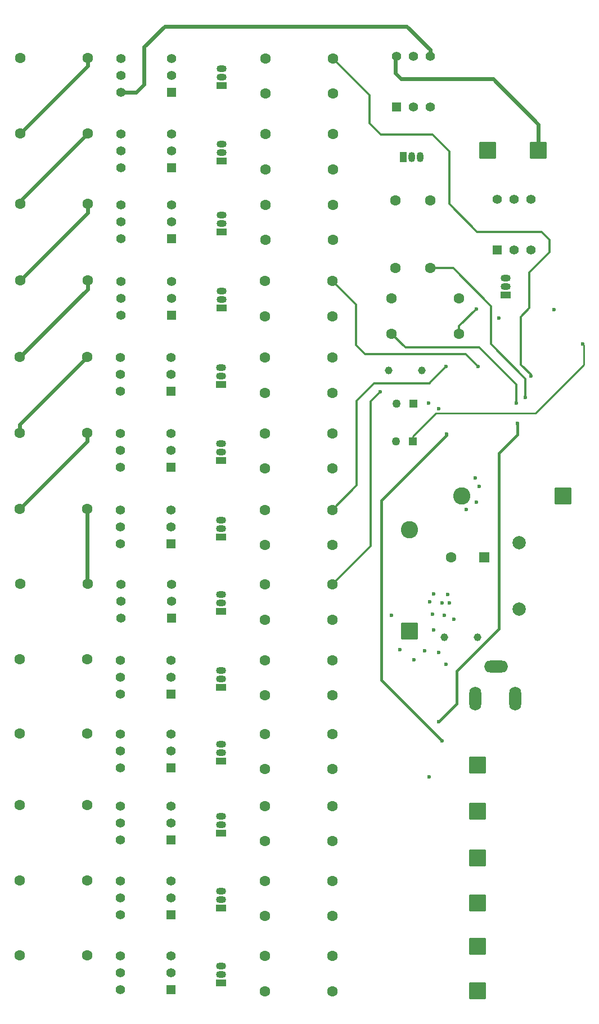
<source format=gbr>
%TF.GenerationSoftware,KiCad,Pcbnew,9.0.7*%
%TF.CreationDate,2026-01-29T13:55:36-08:00*%
%TF.ProjectId,regulator-PCB,72656775-6c61-4746-9f72-2d5043422e6b,rev?*%
%TF.SameCoordinates,Original*%
%TF.FileFunction,Copper,L4,Bot*%
%TF.FilePolarity,Positive*%
%FSLAX46Y46*%
G04 Gerber Fmt 4.6, Leading zero omitted, Abs format (unit mm)*
G04 Created by KiCad (PCBNEW 9.0.7) date 2026-01-29 13:55:36*
%MOMM*%
%LPD*%
G01*
G04 APERTURE LIST*
G04 Aperture macros list*
%AMRoundRect*
0 Rectangle with rounded corners*
0 $1 Rounding radius*
0 $2 $3 $4 $5 $6 $7 $8 $9 X,Y pos of 4 corners*
0 Add a 4 corners polygon primitive as box body*
4,1,4,$2,$3,$4,$5,$6,$7,$8,$9,$2,$3,0*
0 Add four circle primitives for the rounded corners*
1,1,$1+$1,$2,$3*
1,1,$1+$1,$4,$5*
1,1,$1+$1,$6,$7*
1,1,$1+$1,$8,$9*
0 Add four rect primitives between the rounded corners*
20,1,$1+$1,$2,$3,$4,$5,0*
20,1,$1+$1,$4,$5,$6,$7,0*
20,1,$1+$1,$6,$7,$8,$9,0*
20,1,$1+$1,$8,$9,$2,$3,0*%
G04 Aperture macros list end*
%TA.AperFunction,ComponentPad*%
%ADD10C,1.600000*%
%TD*%
%TA.AperFunction,ComponentPad*%
%ADD11O,1.500000X1.050000*%
%TD*%
%TA.AperFunction,ComponentPad*%
%ADD12R,1.500000X1.050000*%
%TD*%
%TA.AperFunction,ComponentPad*%
%ADD13RoundRect,0.250000X1.050000X-1.050000X1.050000X1.050000X-1.050000X1.050000X-1.050000X-1.050000X0*%
%TD*%
%TA.AperFunction,ComponentPad*%
%ADD14R,1.400000X1.400000*%
%TD*%
%TA.AperFunction,ComponentPad*%
%ADD15C,1.400000*%
%TD*%
%TA.AperFunction,ComponentPad*%
%ADD16R,1.270000X1.270000*%
%TD*%
%TA.AperFunction,ComponentPad*%
%ADD17C,1.270000*%
%TD*%
%TA.AperFunction,ComponentPad*%
%ADD18C,2.000000*%
%TD*%
%TA.AperFunction,ComponentPad*%
%ADD19RoundRect,0.250000X0.550000X0.550000X-0.550000X0.550000X-0.550000X-0.550000X0.550000X-0.550000X0*%
%TD*%
%TA.AperFunction,ComponentPad*%
%ADD20C,1.150000*%
%TD*%
%TA.AperFunction,ComponentPad*%
%ADD21R,1.050000X1.500000*%
%TD*%
%TA.AperFunction,ComponentPad*%
%ADD22O,1.050000X1.500000*%
%TD*%
%TA.AperFunction,ComponentPad*%
%ADD23O,1.800000X3.600000*%
%TD*%
%TA.AperFunction,ComponentPad*%
%ADD24O,3.600000X1.800000*%
%TD*%
%TA.AperFunction,ComponentPad*%
%ADD25RoundRect,0.250000X1.050000X1.050000X-1.050000X1.050000X-1.050000X-1.050000X1.050000X-1.050000X0*%
%TD*%
%TA.AperFunction,ComponentPad*%
%ADD26C,2.600000*%
%TD*%
%TA.AperFunction,ViaPad*%
%ADD27C,0.600000*%
%TD*%
%TA.AperFunction,Conductor*%
%ADD28C,0.300000*%
%TD*%
%TA.AperFunction,Conductor*%
%ADD29C,0.400000*%
%TD*%
%TA.AperFunction,Conductor*%
%ADD30C,0.250000*%
%TD*%
%TA.AperFunction,Conductor*%
%ADD31C,0.600000*%
%TD*%
G04 APERTURE END LIST*
D10*
%TO.P,R2,2*%
%TO.N,Net-(Q14-B)*%
X92620000Y-75240000D03*
%TO.P,R2,1*%
%TO.N,/MinResBit*%
X82460000Y-75240000D03*
%TD*%
D11*
%TO.P,Q14,3,C*%
%TO.N,Net-(Q14-C)*%
X99600000Y-66900000D03*
%TO.P,Q14,2,B*%
%TO.N,Net-(Q14-B)*%
X99600000Y-68170000D03*
D12*
%TO.P,Q14,1,E*%
%TO.N,GND*%
X99600000Y-69440000D03*
%TD*%
D10*
%TO.P,R19,1*%
%TO.N,+5V*%
X73500000Y-107030000D03*
%TO.P,R19,2*%
%TO.N,Net-(R19-Pad2)*%
X63340000Y-107030000D03*
%TD*%
D13*
%TO.P,J8,1,Pin_1*%
%TO.N,GND*%
X95400000Y-174100000D03*
%TD*%
D10*
%TO.P,R27,1*%
%TO.N,Net-(Q10-B)*%
X63330000Y-146270000D03*
%TO.P,R27,2*%
%TO.N,/Bit10*%
X73490000Y-146270000D03*
%TD*%
D12*
%TO.P,Q3,1,E*%
%TO.N,GND*%
X56830000Y-59910000D03*
D11*
%TO.P,Q3,2,B*%
%TO.N,Net-(Q3-B)*%
X56830000Y-58640000D03*
%TO.P,Q3,3,C*%
%TO.N,Net-(Q3-C)*%
X56830000Y-57370000D03*
%TD*%
D10*
%TO.P,R37,1*%
%TO.N,/Line-R10*%
X26440000Y-124240000D03*
%TO.P,R37,2*%
%TO.N,/Line-R9*%
X36600000Y-124240000D03*
%TD*%
D12*
%TO.P,Q11,1,E*%
%TO.N,GND*%
X56730000Y-139510000D03*
D11*
%TO.P,Q11,2,B*%
%TO.N,Net-(Q11-B)*%
X56730000Y-138240000D03*
%TO.P,Q11,3,C*%
%TO.N,Net-(Q11-C)*%
X56730000Y-136970000D03*
%TD*%
D10*
%TO.P,R26,1*%
%TO.N,Net-(Q11-B)*%
X63330000Y-135440000D03*
%TO.P,R26,2*%
%TO.N,/Bit9*%
X73490000Y-135440000D03*
%TD*%
D12*
%TO.P,Q7,1,E*%
%TO.N,GND*%
X56740000Y-105800000D03*
D11*
%TO.P,Q7,2,B*%
%TO.N,Net-(Q7-B)*%
X56740000Y-104530000D03*
%TO.P,Q7,3,C*%
%TO.N,Net-(Q7-C)*%
X56740000Y-103260000D03*
%TD*%
D10*
%TO.P,R28,1*%
%TO.N,Net-(Q9-B)*%
X63360000Y-157540000D03*
%TO.P,R28,2*%
%TO.N,/Bit11*%
X73520000Y-157540000D03*
%TD*%
%TO.P,R3,1*%
%TO.N,/Line-R1*%
X26560000Y-33740000D03*
%TO.P,R3,2*%
%TO.N,/Line-R2*%
X36720000Y-33740000D03*
%TD*%
D13*
%TO.P,J10,1,Pin_1*%
%TO.N,+3.3V*%
X95350000Y-160850000D03*
%TD*%
D14*
%TO.P,U7,1*%
%TO.N,Net-(R17-Pad2)*%
X49270000Y-83940000D03*
D15*
%TO.P,U7,2*%
%TO.N,Net-(Q5-C)*%
X49270000Y-81400000D03*
%TO.P,U7,3*%
%TO.N,N/C*%
X49270000Y-78860000D03*
%TO.P,U7,4*%
%TO.N,/Line-R6*%
X41650000Y-78860000D03*
%TO.P,U7,5*%
%TO.N,/Line-NC5*%
X41650000Y-81400000D03*
%TO.P,U7,6*%
%TO.N,/Line-R5*%
X41650000Y-83940000D03*
%TD*%
D10*
%TO.P,R31,1*%
%TO.N,+5V*%
X73490000Y-151570000D03*
%TO.P,R31,2*%
%TO.N,Net-(R31-Pad2)*%
X63330000Y-151570000D03*
%TD*%
%TO.P,R8,1*%
%TO.N,Net-(Q2-B)*%
X63440000Y-45230000D03*
%TO.P,R8,2*%
%TO.N,/Bit1*%
X73600000Y-45230000D03*
%TD*%
%TO.P,R32,1*%
%TO.N,+5V*%
X73490000Y-140740000D03*
%TO.P,R32,2*%
%TO.N,Net-(R32-Pad2)*%
X63330000Y-140740000D03*
%TD*%
D16*
%TO.P,C3,1*%
%TO.N,Net-(J1-~{RESET})*%
X85625000Y-91440000D03*
D17*
%TO.P,C3,2*%
%TO.N,GND*%
X83085000Y-91440000D03*
%TD*%
D12*
%TO.P,Q13,1,E*%
%TO.N,GND*%
X56790000Y-117010000D03*
D11*
%TO.P,Q13,2,B*%
%TO.N,Net-(Q13-B)*%
X56790000Y-115740000D03*
%TO.P,Q13,3,C*%
%TO.N,Net-(Q13-C)*%
X56790000Y-114470000D03*
%TD*%
D14*
%TO.P,U9,1*%
%TO.N,Net-(R19-Pad2)*%
X49250000Y-106830000D03*
D15*
%TO.P,U9,2*%
%TO.N,Net-(Q7-C)*%
X49250000Y-104290000D03*
%TO.P,U9,3*%
%TO.N,N/C*%
X49250000Y-101750000D03*
%TO.P,U9,4*%
%TO.N,/Line-R8*%
X41630000Y-101750000D03*
%TO.P,U9,5*%
%TO.N,/Line-NC7*%
X41630000Y-104290000D03*
%TO.P,U9,6*%
%TO.N,/Line-R7*%
X41630000Y-106830000D03*
%TD*%
D10*
%TO.P,R43,1*%
%TO.N,Net-(Q8-B)*%
X63330000Y-168840000D03*
%TO.P,R43,2*%
%TO.N,/Bit12*%
X73490000Y-168840000D03*
%TD*%
%TO.P,R13,1*%
%TO.N,Net-(Q3-B)*%
X63430000Y-55840000D03*
%TO.P,R13,2*%
%TO.N,/Bit2*%
X73590000Y-55840000D03*
%TD*%
%TO.P,R42,1*%
%TO.N,Net-(R42-Pad1)*%
X83000000Y-55240000D03*
%TO.P,R42,2*%
%TO.N,+5V*%
X83000000Y-65400000D03*
%TD*%
%TO.P,R34,1*%
%TO.N,+5V*%
X73550000Y-118240000D03*
%TO.P,R34,2*%
%TO.N,Net-(R34-Pad2)*%
X63390000Y-118240000D03*
%TD*%
D18*
%TO.P,C4,1*%
%TO.N,Net-(U2-BP)*%
X101640000Y-116640000D03*
%TO.P,C4,2*%
%TO.N,GND*%
X101640000Y-106640000D03*
%TD*%
D10*
%TO.P,R39,1*%
%TO.N,/Line-R12*%
X26450000Y-146170000D03*
%TO.P,R39,2*%
%TO.N,/Line-R11*%
X36610000Y-146170000D03*
%TD*%
D14*
%TO.P,U10,1*%
%TO.N,Net-(R29-Pad2)*%
X49240000Y-173940000D03*
D15*
%TO.P,U10,2*%
%TO.N,Net-(Q8-C)*%
X49240000Y-171400000D03*
%TO.P,U10,3*%
%TO.N,N/C*%
X49240000Y-168860000D03*
%TO.P,U10,4*%
%TO.N,/Line-R13*%
X41620000Y-168860000D03*
%TO.P,U10,5*%
%TO.N,/Line-NC12*%
X41620000Y-171400000D03*
%TO.P,U10,6*%
%TO.N,/Line-R-In*%
X41620000Y-173940000D03*
%TD*%
D19*
%TO.P,C5,1*%
%TO.N,+3.3V*%
X96390000Y-108890000D03*
D10*
%TO.P,C5,2*%
%TO.N,GND*%
X91390000Y-108890000D03*
%TD*%
%TO.P,R15,1*%
%TO.N,Net-(Q5-B)*%
X63360000Y-78840000D03*
%TO.P,R15,2*%
%TO.N,/Bit4*%
X73520000Y-78840000D03*
%TD*%
D14*
%TO.P,U12,1*%
%TO.N,Net-(R31-Pad2)*%
X49240000Y-151370000D03*
D15*
%TO.P,U12,2*%
%TO.N,Net-(Q10-C)*%
X49240000Y-148830000D03*
%TO.P,U12,3*%
%TO.N,N/C*%
X49240000Y-146290000D03*
%TO.P,U12,4*%
%TO.N,/Line-R11*%
X41620000Y-146290000D03*
%TO.P,U12,5*%
%TO.N,/Line-NC10*%
X41620000Y-148830000D03*
%TO.P,U12,6*%
%TO.N,/Line-R12*%
X41620000Y-151370000D03*
%TD*%
D12*
%TO.P,Q2,1,E*%
%TO.N,GND*%
X56840000Y-49280000D03*
D11*
%TO.P,Q2,2,B*%
%TO.N,Net-(Q2-B)*%
X56840000Y-48010000D03*
%TO.P,Q2,3,C*%
%TO.N,Net-(Q2-C)*%
X56840000Y-46740000D03*
%TD*%
D12*
%TO.P,Q10,1,E*%
%TO.N,GND*%
X56730000Y-150340000D03*
D11*
%TO.P,Q10,2,B*%
%TO.N,Net-(Q10-B)*%
X56730000Y-149070000D03*
%TO.P,Q10,3,C*%
%TO.N,Net-(Q10-C)*%
X56730000Y-147800000D03*
%TD*%
D10*
%TO.P,R1,1*%
%TO.N,+5V*%
X73600000Y-39140000D03*
%TO.P,R1,2*%
%TO.N,Net-(R1-Pad2)*%
X63440000Y-39140000D03*
%TD*%
%TO.P,R16,1*%
%TO.N,/Line-R5*%
X26480000Y-78740000D03*
%TO.P,R16,2*%
%TO.N,/Line-R6*%
X36640000Y-78740000D03*
%TD*%
D13*
%TO.P,J9,1,Pin_1*%
%TO.N,/rotary-encoder-output*%
X95400000Y-167350000D03*
%TD*%
D10*
%TO.P,R14,1*%
%TO.N,Net-(Q4-B)*%
X63390000Y-67340000D03*
%TO.P,R14,2*%
%TO.N,/Bit3*%
X73550000Y-67340000D03*
%TD*%
%TO.P,R20,1*%
%TO.N,/Line-R6*%
X26450000Y-90140000D03*
%TO.P,R20,2*%
%TO.N,/Line-R7*%
X36610000Y-90140000D03*
%TD*%
D12*
%TO.P,Q5,1,E*%
%TO.N,GND*%
X56740000Y-82880000D03*
D11*
%TO.P,Q5,2,B*%
%TO.N,Net-(Q5-B)*%
X56740000Y-81610000D03*
%TO.P,Q5,3,C*%
%TO.N,Net-(Q5-C)*%
X56740000Y-80340000D03*
%TD*%
D10*
%TO.P,R18,1*%
%TO.N,+5V*%
X73490000Y-95540000D03*
%TO.P,R18,2*%
%TO.N,Net-(R18-Pad2)*%
X63330000Y-95540000D03*
%TD*%
D20*
%TO.P,C2,1*%
%TO.N,+3.3V*%
X87000000Y-80800000D03*
%TO.P,C2,2*%
%TO.N,GND*%
X82000000Y-80800000D03*
%TD*%
D12*
%TO.P,Q1,1,E*%
%TO.N,GND*%
X56840000Y-37910000D03*
D11*
%TO.P,Q1,2,B*%
%TO.N,Net-(Q1-B)*%
X56840000Y-36640000D03*
%TO.P,Q1,3,C*%
%TO.N,Net-(Q1-C)*%
X56840000Y-35370000D03*
%TD*%
D12*
%TO.P,Q9,1,E*%
%TO.N,GND*%
X56760000Y-161610000D03*
D11*
%TO.P,Q9,2,B*%
%TO.N,Net-(Q9-B)*%
X56760000Y-160340000D03*
%TO.P,Q9,3,C*%
%TO.N,Net-(Q9-C)*%
X56760000Y-159070000D03*
%TD*%
D14*
%TO.P,U13,1*%
%TO.N,Net-(R32-Pad2)*%
X49240000Y-140540000D03*
D15*
%TO.P,U13,2*%
%TO.N,Net-(Q11-C)*%
X49240000Y-138000000D03*
%TO.P,U13,3*%
%TO.N,N/C*%
X49240000Y-135460000D03*
%TO.P,U13,4*%
%TO.N,/Line-R10*%
X41620000Y-135460000D03*
%TO.P,U13,5*%
%TO.N,/Line-NC15*%
X41620000Y-138000000D03*
%TO.P,U13,6*%
%TO.N,/Line-R11*%
X41620000Y-140540000D03*
%TD*%
D14*
%TO.P,U11,1*%
%TO.N,Net-(R30-Pad2)*%
X49270000Y-162640000D03*
D15*
%TO.P,U11,2*%
%TO.N,Net-(Q9-C)*%
X49270000Y-160100000D03*
%TO.P,U11,3*%
%TO.N,N/C*%
X49270000Y-157560000D03*
%TO.P,U11,4*%
%TO.N,/Line-R12*%
X41650000Y-157560000D03*
%TO.P,U11,5*%
%TO.N,/Line-NC11*%
X41650000Y-160100000D03*
%TO.P,U11,6*%
%TO.N,/Line-R13*%
X41650000Y-162640000D03*
%TD*%
D16*
%TO.P,C1,1*%
%TO.N,+3.3V*%
X85725000Y-85740000D03*
D17*
%TO.P,C1,2*%
%TO.N,GND*%
X83185000Y-85740000D03*
%TD*%
D10*
%TO.P,R21,1*%
%TO.N,/Line-R7*%
X26460000Y-101630000D03*
%TO.P,R21,2*%
%TO.N,/Line-R8*%
X36620000Y-101630000D03*
%TD*%
%TO.P,R23,1*%
%TO.N,Net-(Q7-B)*%
X63340000Y-101730000D03*
%TO.P,R23,2*%
%TO.N,/Bit6*%
X73500000Y-101730000D03*
%TD*%
%TO.P,R33,1*%
%TO.N,+5V*%
X73490000Y-129640000D03*
%TO.P,R33,2*%
%TO.N,Net-(R33-Pad2)*%
X63330000Y-129640000D03*
%TD*%
D21*
%TO.P,Q15,1,E*%
%TO.N,GND*%
X84230000Y-48640000D03*
D22*
%TO.P,Q15,2,B*%
%TO.N,Net-(Q15-B)*%
X85500000Y-48640000D03*
%TO.P,Q15,3,C*%
%TO.N,Net-(Q15-C)*%
X86770000Y-48640000D03*
%TD*%
D13*
%TO.P,J5,1,Pin_1*%
%TO.N,+3.3V*%
X95350000Y-147100000D03*
%TD*%
D10*
%TO.P,R38,1*%
%TO.N,/Line-R11*%
X26450000Y-135340000D03*
%TO.P,R38,2*%
%TO.N,/Line-R10*%
X36610000Y-135340000D03*
%TD*%
D23*
%TO.P,J2,1*%
%TO.N,+5V*%
X95027500Y-130115000D03*
%TO.P,J2,2*%
%TO.N,GND*%
X101027500Y-130115000D03*
D24*
%TO.P,J2,3*%
%TO.N,unconnected-(J2-Pad3)*%
X98127500Y-125315000D03*
%TD*%
D14*
%TO.P,U17,1*%
%TO.N,Net-(R42-Pad1)*%
X83200000Y-41150000D03*
D15*
%TO.P,U17,2*%
%TO.N,Net-(Q15-C)*%
X85740000Y-41150000D03*
%TO.P,U17,3*%
%TO.N,N/C*%
X88280000Y-41150000D03*
%TO.P,U17,4*%
%TO.N,/Line-R1*%
X88280000Y-33530000D03*
%TO.P,U17,5*%
%TO.N,/Line-NC13*%
X85740000Y-33530000D03*
%TO.P,U17,6*%
%TO.N,/Line-R-Out*%
X83200000Y-33530000D03*
%TD*%
D10*
%TO.P,R7,1*%
%TO.N,Net-(Q1-B)*%
X63440000Y-33840000D03*
%TO.P,R7,2*%
%TO.N,/Bit0*%
X73600000Y-33840000D03*
%TD*%
%TO.P,R5,1*%
%TO.N,+5V*%
X73600000Y-50530000D03*
%TO.P,R5,2*%
%TO.N,Net-(R5-Pad2)*%
X63440000Y-50530000D03*
%TD*%
%TO.P,R25,1*%
%TO.N,Net-(Q12-B)*%
X63330000Y-124340000D03*
%TO.P,R25,2*%
%TO.N,/Bit8*%
X73490000Y-124340000D03*
%TD*%
%TO.P,R12,1*%
%TO.N,/Line-R4*%
X26510000Y-67240000D03*
%TO.P,R12,2*%
%TO.N,/Line-R5*%
X36670000Y-67240000D03*
%TD*%
D25*
%TO.P,J6,1,Pin_1*%
%TO.N,/Line-R-In*%
X96940000Y-47690000D03*
%TD*%
D10*
%TO.P,R9,1*%
%TO.N,+5V*%
X73590000Y-61140000D03*
%TO.P,R9,2*%
%TO.N,Net-(R9-Pad2)*%
X63430000Y-61140000D03*
%TD*%
D14*
%TO.P,U4,1*%
%TO.N,Net-(R5-Pad2)*%
X49350000Y-50330000D03*
D15*
%TO.P,U4,2*%
%TO.N,Net-(Q2-C)*%
X49350000Y-47790000D03*
%TO.P,U4,3*%
%TO.N,N/C*%
X49350000Y-45250000D03*
%TO.P,U4,4*%
%TO.N,/Line-R3*%
X41730000Y-45250000D03*
%TO.P,U4,5*%
%TO.N,/Line-NC2*%
X41730000Y-47790000D03*
%TO.P,U4,6*%
%TO.N,/Line-R2*%
X41730000Y-50330000D03*
%TD*%
D14*
%TO.P,U16,1*%
%TO.N,Net-(R35-Pad1)*%
X98350000Y-62650000D03*
D15*
%TO.P,U16,2*%
%TO.N,Net-(Q14-C)*%
X100890000Y-62650000D03*
%TO.P,U16,3*%
%TO.N,N/C*%
X103430000Y-62650000D03*
%TO.P,U16,4*%
%TO.N,/Line-R-Out*%
X103430000Y-55030000D03*
%TO.P,U16,5*%
%TO.N,/Line-NC14*%
X100890000Y-55030000D03*
%TO.P,U16,6*%
%TO.N,/Line-R-In*%
X98350000Y-55030000D03*
%TD*%
D13*
%TO.P,J3,1,Pin_1*%
%TO.N,/FootPedalPotOutput*%
X95350000Y-154100000D03*
%TD*%
D12*
%TO.P,Q12,1,E*%
%TO.N,GND*%
X56730000Y-128410000D03*
D11*
%TO.P,Q12,2,B*%
%TO.N,Net-(Q12-B)*%
X56730000Y-127140000D03*
%TO.P,Q12,3,C*%
%TO.N,Net-(Q12-C)*%
X56730000Y-125870000D03*
%TD*%
D10*
%TO.P,R22,1*%
%TO.N,Net-(Q6-B)*%
X63330000Y-90240000D03*
%TO.P,R22,2*%
%TO.N,/Bit5*%
X73490000Y-90240000D03*
%TD*%
%TO.P,R10,1*%
%TO.N,+5V*%
X73550000Y-72640000D03*
%TO.P,R10,2*%
%TO.N,Net-(R10-Pad2)*%
X63390000Y-72640000D03*
%TD*%
D14*
%TO.P,U8,1*%
%TO.N,Net-(R18-Pad2)*%
X49240000Y-95340000D03*
D15*
%TO.P,U8,2*%
%TO.N,Net-(Q6-C)*%
X49240000Y-92800000D03*
%TO.P,U8,3*%
%TO.N,N/C*%
X49240000Y-90260000D03*
%TO.P,U8,4*%
%TO.N,/Line-R7*%
X41620000Y-90260000D03*
%TO.P,U8,5*%
%TO.N,/Line-NC6*%
X41620000Y-92800000D03*
%TO.P,U8,6*%
%TO.N,/Line-R6*%
X41620000Y-95340000D03*
%TD*%
D25*
%TO.P,D4,1,A1*%
%TO.N,GND*%
X108260000Y-99640000D03*
D26*
%TO.P,D4,2,A2*%
%TO.N,+3.3V*%
X93020000Y-99640000D03*
%TD*%
D13*
%TO.P,J4,1,Pin_1*%
%TO.N,GND*%
X95350000Y-140100000D03*
%TD*%
D10*
%TO.P,R29,1*%
%TO.N,+5V*%
X73490000Y-174140000D03*
%TO.P,R29,2*%
%TO.N,Net-(R29-Pad2)*%
X63330000Y-174140000D03*
%TD*%
D14*
%TO.P,U14,1*%
%TO.N,Net-(R33-Pad2)*%
X49240000Y-129440000D03*
D15*
%TO.P,U14,2*%
%TO.N,Net-(Q12-C)*%
X49240000Y-126900000D03*
%TO.P,U14,3*%
%TO.N,N/C*%
X49240000Y-124360000D03*
%TO.P,U14,4*%
%TO.N,/Line-R9*%
X41620000Y-124360000D03*
%TO.P,U14,5*%
%TO.N,/Line-NC9*%
X41620000Y-126900000D03*
%TO.P,U14,6*%
%TO.N,/Line-R10*%
X41620000Y-129440000D03*
%TD*%
D13*
%TO.P,D3,1,A1*%
%TO.N,+5V*%
X85140000Y-120010000D03*
D26*
%TO.P,D3,2,A2*%
%TO.N,GND*%
X85140000Y-104770000D03*
%TD*%
D10*
%TO.P,R36,1*%
%TO.N,/Line-R9*%
X26540000Y-112840000D03*
%TO.P,R36,2*%
%TO.N,/Line-R8*%
X36700000Y-112840000D03*
%TD*%
D14*
%TO.P,U6,1*%
%TO.N,Net-(R10-Pad2)*%
X49300000Y-72440000D03*
D15*
%TO.P,U6,2*%
%TO.N,Net-(Q4-C)*%
X49300000Y-69900000D03*
%TO.P,U6,3*%
%TO.N,N/C*%
X49300000Y-67360000D03*
%TO.P,U6,4*%
%TO.N,/Line-R5*%
X41680000Y-67360000D03*
%TO.P,U6,5*%
%TO.N,/Line-NC4*%
X41680000Y-69900000D03*
%TO.P,U6,6*%
%TO.N,/Line-R4*%
X41680000Y-72440000D03*
%TD*%
D12*
%TO.P,Q6,1,E*%
%TO.N,GND*%
X56730000Y-94310000D03*
D11*
%TO.P,Q6,2,B*%
%TO.N,Net-(Q6-B)*%
X56730000Y-93040000D03*
%TO.P,Q6,3,C*%
%TO.N,Net-(Q6-C)*%
X56730000Y-91770000D03*
%TD*%
D10*
%TO.P,R35,1*%
%TO.N,Net-(R35-Pad1)*%
X92620000Y-69940000D03*
%TO.P,R35,2*%
%TO.N,+5V*%
X82460000Y-69940000D03*
%TD*%
D14*
%TO.P,U5,1*%
%TO.N,Net-(R9-Pad2)*%
X49340000Y-60940000D03*
D15*
%TO.P,U5,2*%
%TO.N,Net-(Q3-C)*%
X49340000Y-58400000D03*
%TO.P,U5,3*%
%TO.N,N/C*%
X49340000Y-55860000D03*
%TO.P,U5,4*%
%TO.N,/Line-R4*%
X41720000Y-55860000D03*
%TO.P,U5,5*%
%TO.N,/Line-NC3*%
X41720000Y-58400000D03*
%TO.P,U5,6*%
%TO.N,/Line-R3*%
X41720000Y-60940000D03*
%TD*%
D25*
%TO.P,J7,1,Pin_1*%
%TO.N,/Line-R-Out*%
X104540000Y-47690000D03*
%TD*%
D12*
%TO.P,Q4,1,E*%
%TO.N,GND*%
X56840000Y-71380000D03*
D11*
%TO.P,Q4,2,B*%
%TO.N,Net-(Q4-B)*%
X56840000Y-70110000D03*
%TO.P,Q4,3,C*%
%TO.N,Net-(Q4-C)*%
X56840000Y-68840000D03*
%TD*%
D12*
%TO.P,Q8,1,E*%
%TO.N,GND*%
X56730000Y-172910000D03*
D11*
%TO.P,Q8,2,B*%
%TO.N,Net-(Q8-B)*%
X56730000Y-171640000D03*
%TO.P,Q8,3,C*%
%TO.N,Net-(Q8-C)*%
X56730000Y-170370000D03*
%TD*%
D10*
%TO.P,R6,1*%
%TO.N,/Line-R2*%
X26560000Y-45130000D03*
%TO.P,R6,2*%
%TO.N,/Line-R3*%
X36720000Y-45130000D03*
%TD*%
%TO.P,R24,1*%
%TO.N,Net-(Q13-B)*%
X63390000Y-112940000D03*
%TO.P,R24,2*%
%TO.N,/Bit7*%
X73550000Y-112940000D03*
%TD*%
D14*
%TO.P,U3,1*%
%TO.N,Net-(R1-Pad2)*%
X49350000Y-38940000D03*
D15*
%TO.P,U3,2*%
%TO.N,Net-(Q1-C)*%
X49350000Y-36400000D03*
%TO.P,U3,3*%
%TO.N,N/C*%
X49350000Y-33860000D03*
%TO.P,U3,4*%
%TO.N,/Line-R2*%
X41730000Y-33860000D03*
%TO.P,U3,5*%
%TO.N,/Line-NC1*%
X41730000Y-36400000D03*
%TO.P,U3,6*%
%TO.N,/Line-R1*%
X41730000Y-38940000D03*
%TD*%
D10*
%TO.P,R30,1*%
%TO.N,+5V*%
X73520000Y-162840000D03*
%TO.P,R30,2*%
%TO.N,Net-(R30-Pad2)*%
X63360000Y-162840000D03*
%TD*%
%TO.P,R4,1*%
%TO.N,/MaxResBit*%
X88300000Y-65400000D03*
%TO.P,R4,2*%
%TO.N,Net-(Q15-B)*%
X88300000Y-55240000D03*
%TD*%
%TO.P,R41,1*%
%TO.N,/Line-R-In*%
X26450000Y-168740000D03*
%TO.P,R41,2*%
%TO.N,/Line-R13*%
X36610000Y-168740000D03*
%TD*%
D20*
%TO.P,C6,1*%
%TO.N,+5V*%
X90390000Y-120890000D03*
%TO.P,C6,2*%
%TO.N,GND*%
X95390000Y-120890000D03*
%TD*%
D14*
%TO.P,U15,1*%
%TO.N,Net-(R34-Pad2)*%
X49300000Y-118040000D03*
D15*
%TO.P,U15,2*%
%TO.N,Net-(Q13-C)*%
X49300000Y-115500000D03*
%TO.P,U15,3*%
%TO.N,N/C*%
X49300000Y-112960000D03*
%TO.P,U15,4*%
%TO.N,/Line-R8*%
X41680000Y-112960000D03*
%TO.P,U15,5*%
%TO.N,/Line-NC8*%
X41680000Y-115500000D03*
%TO.P,U15,6*%
%TO.N,/Line-R9*%
X41680000Y-118040000D03*
%TD*%
D10*
%TO.P,R40,1*%
%TO.N,/Line-R13*%
X26480000Y-157440000D03*
%TO.P,R40,2*%
%TO.N,/Line-R12*%
X36640000Y-157440000D03*
%TD*%
%TO.P,R17,1*%
%TO.N,+5V*%
X73520000Y-84140000D03*
%TO.P,R17,2*%
%TO.N,Net-(R17-Pad2)*%
X63360000Y-84140000D03*
%TD*%
%TO.P,R11,1*%
%TO.N,/Line-R3*%
X26550000Y-55740000D03*
%TO.P,R11,2*%
%TO.N,/Line-R4*%
X36710000Y-55740000D03*
%TD*%
D27*
%TO.N,GND*%
X89500000Y-86500000D03*
%TO.N,Net-(Q14-B)*%
X95200000Y-71500000D03*
%TO.N,/MinResBit*%
X101200000Y-85640000D03*
%TO.N,/MaxResBit*%
X102600000Y-84800000D03*
%TO.N,/Bit0*%
X103400000Y-81600000D03*
%TO.N,/Bit3*%
X95485000Y-80200000D03*
%TO.N,/Bit6*%
X90600000Y-80200000D03*
%TO.N,/Bit7*%
X80700000Y-84000000D03*
%TO.N,/rotary-encoder-output*%
X101400000Y-88700000D03*
X89500000Y-133600000D03*
%TO.N,/FootPedalPotOutput*%
X90700000Y-90300000D03*
X90050000Y-136450000D03*
%TO.N,GND*%
X88100000Y-141900000D03*
%TO.N,Net-(J1-~{RESET})*%
X111200000Y-76800000D03*
%TO.N,+3.3V*%
X88000000Y-85640000D03*
X95600000Y-98200000D03*
X93700000Y-101700000D03*
X95200000Y-100600000D03*
X95000000Y-96900000D03*
%TO.N,GND*%
X90000000Y-115700000D03*
%TO.N,+5V*%
X88800000Y-114400000D03*
%TO.N,GND*%
X91100000Y-115700000D03*
%TO.N,+5V*%
X89500000Y-123200000D03*
X85800000Y-124300000D03*
X82400000Y-117600000D03*
X90900000Y-114500000D03*
X88200000Y-115600000D03*
X88800000Y-119800000D03*
X83700000Y-122800000D03*
X90600000Y-125000000D03*
X87400000Y-122900000D03*
X91800000Y-118200000D03*
X90400000Y-117600000D03*
X88600000Y-117400000D03*
%TO.N,GND*%
X106900000Y-71600000D03*
X98600000Y-72900000D03*
%TD*%
D28*
%TO.N,/Bit0*%
X79100000Y-39340000D02*
X73600000Y-33840000D01*
X79100000Y-43600000D02*
X79100000Y-39340000D01*
X80800000Y-45300000D02*
X79100000Y-43600000D01*
X88600000Y-45300000D02*
X80800000Y-45300000D01*
X91100000Y-47800000D02*
X88600000Y-45300000D01*
X91100000Y-55700000D02*
X91100000Y-47800000D01*
X95300000Y-59900000D02*
X91100000Y-55700000D01*
X105000000Y-59900000D02*
X95300000Y-59900000D01*
X106200000Y-63000000D02*
X106200000Y-61100000D01*
X106200000Y-61100000D02*
X105000000Y-59900000D01*
X103200000Y-66000000D02*
X106200000Y-63000000D01*
X103200000Y-71400000D02*
X103200000Y-66000000D01*
X101900000Y-79900000D02*
X101900000Y-72700000D01*
X103400000Y-81400000D02*
X101900000Y-79900000D01*
X101900000Y-72700000D02*
X103200000Y-71400000D01*
X103400000Y-81600000D02*
X103400000Y-81400000D01*
%TO.N,/MinResBit*%
X84520000Y-77300000D02*
X82460000Y-75240000D01*
X95600000Y-77300000D02*
X84520000Y-77300000D01*
X101200000Y-82900000D02*
X95600000Y-77300000D01*
X101200000Y-85640000D02*
X101200000Y-82900000D01*
%TO.N,/MaxResBit*%
X91700000Y-65400000D02*
X88300000Y-65400000D01*
X97400000Y-71100000D02*
X91700000Y-65400000D01*
X97400000Y-76800000D02*
X97400000Y-71100000D01*
X102600000Y-82000000D02*
X97400000Y-76800000D01*
X102600000Y-84800000D02*
X102600000Y-82000000D01*
%TO.N,Net-(Q14-B)*%
X92620000Y-74080000D02*
X95200000Y-71500000D01*
X92620000Y-75240000D02*
X92620000Y-74080000D01*
%TO.N,/Bit3*%
X77100000Y-70890000D02*
X73550000Y-67340000D01*
X78400000Y-78300000D02*
X77100000Y-77000000D01*
X77100000Y-77000000D02*
X77100000Y-70890000D01*
X93585000Y-78300000D02*
X78400000Y-78300000D01*
X95485000Y-80200000D02*
X93585000Y-78300000D01*
%TO.N,/Bit6*%
X77200000Y-98030000D02*
X73500000Y-101730000D01*
X88200000Y-82700000D02*
X79800000Y-82700000D01*
X79800000Y-82700000D02*
X77200000Y-85300000D01*
X77200000Y-85300000D02*
X77200000Y-98030000D01*
X88200000Y-82600000D02*
X88200000Y-82700000D01*
X90600000Y-80200000D02*
X88200000Y-82600000D01*
%TO.N,/Bit7*%
X79300000Y-107190000D02*
X73550000Y-112940000D01*
X80700000Y-84000000D02*
X79300000Y-85400000D01*
X79300000Y-85400000D02*
X79300000Y-107190000D01*
D29*
%TO.N,/rotary-encoder-output*%
X101400000Y-90400000D02*
X101400000Y-88700000D01*
X100000000Y-91800000D02*
X101400000Y-90400000D01*
X98600000Y-93200000D02*
X100000000Y-91800000D01*
X98600000Y-119600000D02*
X98600000Y-113400000D01*
X98600000Y-113400000D02*
X98600000Y-93200000D01*
X92200000Y-126000000D02*
X95000000Y-123200000D01*
X92200000Y-127300000D02*
X92200000Y-126000000D01*
X95000000Y-123200000D02*
X98600000Y-119600000D01*
X92200000Y-130900000D02*
X92200000Y-127300000D01*
X89500000Y-133600000D02*
X92200000Y-130900000D01*
%TO.N,/FootPedalPotOutput*%
X80900000Y-100300000D02*
X88000000Y-93200000D01*
X80900000Y-115800000D02*
X80900000Y-100300000D01*
X90700000Y-90500000D02*
X90700000Y-90300000D01*
X80900000Y-127300000D02*
X80900000Y-115800000D01*
X88000000Y-93200000D02*
X90700000Y-90500000D01*
X90050000Y-136450000D02*
X80900000Y-127300000D01*
D30*
%TO.N,Net-(J1-~{RESET})*%
X85625000Y-90675000D02*
X85625000Y-91440000D01*
X89100000Y-87200000D02*
X85625000Y-90675000D01*
X111400000Y-77000000D02*
X111200000Y-76800000D01*
X89100000Y-87200000D02*
X104100000Y-87200000D01*
X111400000Y-79900000D02*
X111400000Y-77000000D01*
X104100000Y-87200000D02*
X111400000Y-79900000D01*
D31*
%TO.N,/Line-R1*%
X45149000Y-37751000D02*
X43960000Y-38940000D01*
X45149000Y-32119888D02*
X45149000Y-37751000D01*
X84739949Y-29000000D02*
X48268888Y-29000000D01*
X88280000Y-32540051D02*
X84739949Y-29000000D01*
X48268888Y-29000000D02*
X45149000Y-32119888D01*
X43960000Y-38940000D02*
X41730000Y-38940000D01*
X88280000Y-33530000D02*
X88280000Y-32540051D01*
%TO.N,/Line-R-Out*%
X83000000Y-33730000D02*
X83200000Y-33530000D01*
X83000000Y-36100000D02*
X83000000Y-33730000D01*
X83849000Y-36949000D02*
X83000000Y-36100000D01*
X97749000Y-36949000D02*
X83849000Y-36949000D01*
X104540000Y-43740000D02*
X97749000Y-36949000D01*
X104540000Y-47690000D02*
X104540000Y-43740000D01*
%TO.N,/Line-R8*%
X36620000Y-112760000D02*
X36700000Y-112840000D01*
X36620000Y-101630000D02*
X36620000Y-112760000D01*
%TO.N,/Line-R7*%
X36610000Y-91480000D02*
X26460000Y-101630000D01*
X36610000Y-90140000D02*
X36610000Y-91480000D01*
%TO.N,/Line-R6*%
X26450000Y-90140000D02*
X26450000Y-88930000D01*
X26450000Y-88930000D02*
X36640000Y-78740000D01*
%TO.N,/Line-R5*%
X36670000Y-68550000D02*
X26480000Y-78740000D01*
X36670000Y-67240000D02*
X36670000Y-68550000D01*
%TO.N,/Line-R4*%
X36710000Y-57040000D02*
X26510000Y-67240000D01*
X36710000Y-55740000D02*
X36710000Y-57040000D01*
%TO.N,/Line-R3*%
X26550000Y-55300000D02*
X26550000Y-55740000D01*
X36720000Y-45130000D02*
X26550000Y-55300000D01*
%TO.N,/Line-R2*%
X36720000Y-34970000D02*
X26560000Y-45130000D01*
X36720000Y-33740000D02*
X36720000Y-34970000D01*
%TD*%
M02*

</source>
